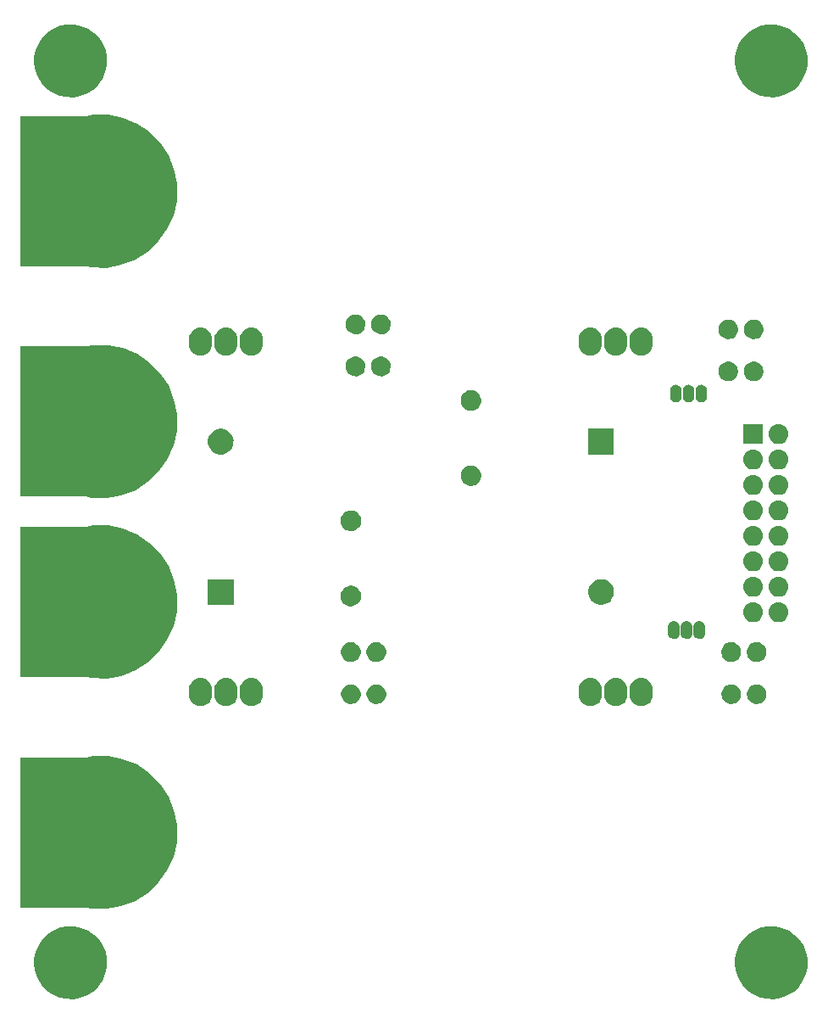
<source format=gbs>
G04 #@! TF.FileFunction,Soldermask,Bot*
%FSLAX46Y46*%
G04 Gerber Fmt 4.6, Leading zero omitted, Abs format (unit mm)*
G04 Created by KiCad (PCBNEW 4.0.1-stable) date 27.06.2016 00:57:11*
%MOMM*%
G01*
G04 APERTURE LIST*
%ADD10C,0.100000*%
G04 APERTURE END LIST*
D10*
G36*
X105381274Y-141372416D02*
X106078616Y-141515560D01*
X106734869Y-141791423D01*
X107325045Y-142189502D01*
X107826662Y-142694633D01*
X108220611Y-143287572D01*
X108491886Y-143945735D01*
X108630090Y-144643716D01*
X108630090Y-144643726D01*
X108630156Y-144644060D01*
X108618802Y-145457161D01*
X108618726Y-145457495D01*
X108618726Y-145457507D01*
X108461089Y-146151349D01*
X108171541Y-146801685D01*
X107761191Y-147383394D01*
X107245663Y-147874324D01*
X106644607Y-148255765D01*
X105980902Y-148513200D01*
X105279840Y-148636816D01*
X104568116Y-148621908D01*
X103872836Y-148469040D01*
X103220500Y-148184041D01*
X102635940Y-147777762D01*
X102141425Y-147265676D01*
X101755796Y-146667297D01*
X101493735Y-146005407D01*
X101365226Y-145305217D01*
X101375166Y-144593409D01*
X101523173Y-143897088D01*
X101803614Y-143242771D01*
X102205802Y-142655390D01*
X102714423Y-142157311D01*
X103310097Y-141767513D01*
X103970141Y-141500838D01*
X104669408Y-141367446D01*
X105381274Y-141372416D01*
X105381274Y-141372416D01*
G37*
G36*
X175381274Y-141372416D02*
X176078616Y-141515560D01*
X176734869Y-141791423D01*
X177325045Y-142189502D01*
X177826662Y-142694633D01*
X178220611Y-143287572D01*
X178491886Y-143945735D01*
X178630090Y-144643716D01*
X178630090Y-144643726D01*
X178630156Y-144644060D01*
X178618802Y-145457161D01*
X178618726Y-145457495D01*
X178618726Y-145457507D01*
X178461089Y-146151349D01*
X178171541Y-146801685D01*
X177761191Y-147383394D01*
X177245663Y-147874324D01*
X176644607Y-148255765D01*
X175980902Y-148513200D01*
X175279840Y-148636816D01*
X174568116Y-148621908D01*
X173872836Y-148469040D01*
X173220500Y-148184041D01*
X172635940Y-147777762D01*
X172141425Y-147265676D01*
X171755796Y-146667297D01*
X171493735Y-146005407D01*
X171365226Y-145305217D01*
X171375166Y-144593409D01*
X171523173Y-143897088D01*
X171803614Y-143242771D01*
X172205802Y-142655390D01*
X172714423Y-142157311D01*
X173310097Y-141767513D01*
X173970141Y-141500838D01*
X174669408Y-141367446D01*
X175381274Y-141372416D01*
X175381274Y-141372416D01*
G37*
G36*
X108801411Y-124375080D02*
X110267171Y-124675958D01*
X111646571Y-125255804D01*
X112887078Y-126092536D01*
X113941439Y-127154284D01*
X114769490Y-128400600D01*
X115339692Y-129784014D01*
X115630261Y-131251496D01*
X115630261Y-131251506D01*
X115630327Y-131251840D01*
X115606462Y-132960920D01*
X115606386Y-132961254D01*
X115606386Y-132961266D01*
X115274958Y-134420054D01*
X114666348Y-135787012D01*
X113803822Y-137009722D01*
X112720224Y-138041618D01*
X111456843Y-138843384D01*
X110061786Y-139384492D01*
X108588201Y-139644324D01*
X107092209Y-139612988D01*
X106583615Y-139501166D01*
X106572878Y-139500000D01*
X100000000Y-139500000D01*
X100000000Y-124500000D01*
X106590788Y-124500000D01*
X106600157Y-124499114D01*
X107305124Y-124364634D01*
X108801411Y-124375080D01*
X108801411Y-124375080D01*
G37*
G36*
X162240386Y-116616625D02*
X162240400Y-116616629D01*
X162240435Y-116616633D01*
X162454093Y-116682771D01*
X162650835Y-116789149D01*
X162823168Y-116931715D01*
X162964528Y-117105039D01*
X163069530Y-117302519D01*
X163134175Y-117516633D01*
X163156000Y-117739226D01*
X163156000Y-118260774D01*
X163155888Y-118276775D01*
X163130957Y-118499041D01*
X163063329Y-118712231D01*
X162955580Y-118908226D01*
X162811814Y-119079560D01*
X162637507Y-119219706D01*
X162439299Y-119323327D01*
X162224739Y-119386475D01*
X162224705Y-119386478D01*
X162224692Y-119386482D01*
X162002001Y-119406749D01*
X161779614Y-119383375D01*
X161779600Y-119383371D01*
X161779565Y-119383367D01*
X161565907Y-119317229D01*
X161369165Y-119210851D01*
X161196832Y-119068285D01*
X161055472Y-118894961D01*
X160950470Y-118697481D01*
X160885825Y-118483367D01*
X160864000Y-118260774D01*
X160864000Y-117739226D01*
X160864112Y-117723225D01*
X160889043Y-117500959D01*
X160956671Y-117287769D01*
X161064420Y-117091774D01*
X161208186Y-116920440D01*
X161382493Y-116780294D01*
X161580701Y-116676673D01*
X161795261Y-116613525D01*
X161795295Y-116613522D01*
X161795308Y-116613518D01*
X162017999Y-116593251D01*
X162240386Y-116616625D01*
X162240386Y-116616625D01*
G37*
G36*
X118220386Y-116616625D02*
X118220400Y-116616629D01*
X118220435Y-116616633D01*
X118434093Y-116682771D01*
X118630835Y-116789149D01*
X118803168Y-116931715D01*
X118944528Y-117105039D01*
X119049530Y-117302519D01*
X119114175Y-117516633D01*
X119136000Y-117739226D01*
X119136000Y-118260774D01*
X119135888Y-118276775D01*
X119110957Y-118499041D01*
X119043329Y-118712231D01*
X118935580Y-118908226D01*
X118791814Y-119079560D01*
X118617507Y-119219706D01*
X118419299Y-119323327D01*
X118204739Y-119386475D01*
X118204705Y-119386478D01*
X118204692Y-119386482D01*
X117982001Y-119406749D01*
X117759614Y-119383375D01*
X117759600Y-119383371D01*
X117759565Y-119383367D01*
X117545907Y-119317229D01*
X117349165Y-119210851D01*
X117176832Y-119068285D01*
X117035472Y-118894961D01*
X116930470Y-118697481D01*
X116865825Y-118483367D01*
X116844000Y-118260774D01*
X116844000Y-117739226D01*
X116844112Y-117723225D01*
X116869043Y-117500959D01*
X116936671Y-117287769D01*
X117044420Y-117091774D01*
X117188186Y-116920440D01*
X117362493Y-116780294D01*
X117560701Y-116676673D01*
X117775261Y-116613525D01*
X117775295Y-116613522D01*
X117775308Y-116613518D01*
X117997999Y-116593251D01*
X118220386Y-116616625D01*
X118220386Y-116616625D01*
G37*
G36*
X120760386Y-116616625D02*
X120760400Y-116616629D01*
X120760435Y-116616633D01*
X120974093Y-116682771D01*
X121170835Y-116789149D01*
X121343168Y-116931715D01*
X121484528Y-117105039D01*
X121589530Y-117302519D01*
X121654175Y-117516633D01*
X121676000Y-117739226D01*
X121676000Y-118260774D01*
X121675888Y-118276775D01*
X121650957Y-118499041D01*
X121583329Y-118712231D01*
X121475580Y-118908226D01*
X121331814Y-119079560D01*
X121157507Y-119219706D01*
X120959299Y-119323327D01*
X120744739Y-119386475D01*
X120744705Y-119386478D01*
X120744692Y-119386482D01*
X120522001Y-119406749D01*
X120299614Y-119383375D01*
X120299600Y-119383371D01*
X120299565Y-119383367D01*
X120085907Y-119317229D01*
X119889165Y-119210851D01*
X119716832Y-119068285D01*
X119575472Y-118894961D01*
X119470470Y-118697481D01*
X119405825Y-118483367D01*
X119384000Y-118260774D01*
X119384000Y-117739226D01*
X119384112Y-117723225D01*
X119409043Y-117500959D01*
X119476671Y-117287769D01*
X119584420Y-117091774D01*
X119728186Y-116920440D01*
X119902493Y-116780294D01*
X120100701Y-116676673D01*
X120315261Y-116613525D01*
X120315295Y-116613522D01*
X120315308Y-116613518D01*
X120537999Y-116593251D01*
X120760386Y-116616625D01*
X120760386Y-116616625D01*
G37*
G36*
X123300386Y-116616625D02*
X123300400Y-116616629D01*
X123300435Y-116616633D01*
X123514093Y-116682771D01*
X123710835Y-116789149D01*
X123883168Y-116931715D01*
X124024528Y-117105039D01*
X124129530Y-117302519D01*
X124194175Y-117516633D01*
X124216000Y-117739226D01*
X124216000Y-118260774D01*
X124215888Y-118276775D01*
X124190957Y-118499041D01*
X124123329Y-118712231D01*
X124015580Y-118908226D01*
X123871814Y-119079560D01*
X123697507Y-119219706D01*
X123499299Y-119323327D01*
X123284739Y-119386475D01*
X123284705Y-119386478D01*
X123284692Y-119386482D01*
X123062001Y-119406749D01*
X122839614Y-119383375D01*
X122839600Y-119383371D01*
X122839565Y-119383367D01*
X122625907Y-119317229D01*
X122429165Y-119210851D01*
X122256832Y-119068285D01*
X122115472Y-118894961D01*
X122010470Y-118697481D01*
X121945825Y-118483367D01*
X121924000Y-118260774D01*
X121924000Y-117739226D01*
X121924112Y-117723225D01*
X121949043Y-117500959D01*
X122016671Y-117287769D01*
X122124420Y-117091774D01*
X122268186Y-116920440D01*
X122442493Y-116780294D01*
X122640701Y-116676673D01*
X122855261Y-116613525D01*
X122855295Y-116613522D01*
X122855308Y-116613518D01*
X123077999Y-116593251D01*
X123300386Y-116616625D01*
X123300386Y-116616625D01*
G37*
G36*
X157160386Y-116616625D02*
X157160400Y-116616629D01*
X157160435Y-116616633D01*
X157374093Y-116682771D01*
X157570835Y-116789149D01*
X157743168Y-116931715D01*
X157884528Y-117105039D01*
X157989530Y-117302519D01*
X158054175Y-117516633D01*
X158076000Y-117739226D01*
X158076000Y-118260774D01*
X158075888Y-118276775D01*
X158050957Y-118499041D01*
X157983329Y-118712231D01*
X157875580Y-118908226D01*
X157731814Y-119079560D01*
X157557507Y-119219706D01*
X157359299Y-119323327D01*
X157144739Y-119386475D01*
X157144705Y-119386478D01*
X157144692Y-119386482D01*
X156922001Y-119406749D01*
X156699614Y-119383375D01*
X156699600Y-119383371D01*
X156699565Y-119383367D01*
X156485907Y-119317229D01*
X156289165Y-119210851D01*
X156116832Y-119068285D01*
X155975472Y-118894961D01*
X155870470Y-118697481D01*
X155805825Y-118483367D01*
X155784000Y-118260774D01*
X155784000Y-117739226D01*
X155784112Y-117723225D01*
X155809043Y-117500959D01*
X155876671Y-117287769D01*
X155984420Y-117091774D01*
X156128186Y-116920440D01*
X156302493Y-116780294D01*
X156500701Y-116676673D01*
X156715261Y-116613525D01*
X156715295Y-116613522D01*
X156715308Y-116613518D01*
X156937999Y-116593251D01*
X157160386Y-116616625D01*
X157160386Y-116616625D01*
G37*
G36*
X159700386Y-116616625D02*
X159700400Y-116616629D01*
X159700435Y-116616633D01*
X159914093Y-116682771D01*
X160110835Y-116789149D01*
X160283168Y-116931715D01*
X160424528Y-117105039D01*
X160529530Y-117302519D01*
X160594175Y-117516633D01*
X160616000Y-117739226D01*
X160616000Y-118260774D01*
X160615888Y-118276775D01*
X160590957Y-118499041D01*
X160523329Y-118712231D01*
X160415580Y-118908226D01*
X160271814Y-119079560D01*
X160097507Y-119219706D01*
X159899299Y-119323327D01*
X159684739Y-119386475D01*
X159684705Y-119386478D01*
X159684692Y-119386482D01*
X159462001Y-119406749D01*
X159239614Y-119383375D01*
X159239600Y-119383371D01*
X159239565Y-119383367D01*
X159025907Y-119317229D01*
X158829165Y-119210851D01*
X158656832Y-119068285D01*
X158515472Y-118894961D01*
X158410470Y-118697481D01*
X158345825Y-118483367D01*
X158324000Y-118260774D01*
X158324000Y-117739226D01*
X158324112Y-117723225D01*
X158349043Y-117500959D01*
X158416671Y-117287769D01*
X158524420Y-117091774D01*
X158668186Y-116920440D01*
X158842493Y-116780294D01*
X159040701Y-116676673D01*
X159255261Y-116613525D01*
X159255295Y-116613522D01*
X159255308Y-116613518D01*
X159477999Y-116593251D01*
X159700386Y-116616625D01*
X159700386Y-116616625D01*
G37*
G36*
X135642933Y-117220651D02*
X135831198Y-117259296D01*
X136008369Y-117333772D01*
X136167697Y-117441239D01*
X136303123Y-117577615D01*
X136409480Y-117737693D01*
X136482713Y-117915374D01*
X136519976Y-118103562D01*
X136519976Y-118103572D01*
X136520042Y-118103906D01*
X136516977Y-118323421D01*
X136516901Y-118323755D01*
X136516901Y-118323766D01*
X136474400Y-118510833D01*
X136396230Y-118686406D01*
X136285448Y-118843451D01*
X136146266Y-118975992D01*
X135984000Y-119078968D01*
X135804817Y-119148470D01*
X135615551Y-119181842D01*
X135423405Y-119177817D01*
X135235695Y-119136546D01*
X135059585Y-119059606D01*
X134901765Y-118949918D01*
X134768261Y-118811670D01*
X134664153Y-118650127D01*
X134593404Y-118471434D01*
X134558709Y-118282398D01*
X134561393Y-118090230D01*
X134601350Y-117902245D01*
X134677063Y-117725596D01*
X134785642Y-117567019D01*
X134922957Y-117432550D01*
X135083772Y-117327315D01*
X135261966Y-117255320D01*
X135450747Y-117219309D01*
X135642933Y-117220651D01*
X135642933Y-117220651D01*
G37*
G36*
X171102933Y-117220651D02*
X171291198Y-117259296D01*
X171468369Y-117333772D01*
X171627697Y-117441239D01*
X171763123Y-117577615D01*
X171869480Y-117737693D01*
X171942713Y-117915374D01*
X171979976Y-118103562D01*
X171979976Y-118103572D01*
X171980042Y-118103906D01*
X171976977Y-118323421D01*
X171976901Y-118323755D01*
X171976901Y-118323766D01*
X171934400Y-118510833D01*
X171856230Y-118686406D01*
X171745448Y-118843451D01*
X171606266Y-118975992D01*
X171444000Y-119078968D01*
X171264817Y-119148470D01*
X171075551Y-119181842D01*
X170883405Y-119177817D01*
X170695695Y-119136546D01*
X170519585Y-119059606D01*
X170361765Y-118949918D01*
X170228261Y-118811670D01*
X170124153Y-118650127D01*
X170053404Y-118471434D01*
X170018709Y-118282398D01*
X170021393Y-118090230D01*
X170061350Y-117902245D01*
X170137063Y-117725596D01*
X170245642Y-117567019D01*
X170382957Y-117432550D01*
X170543772Y-117327315D01*
X170721966Y-117255320D01*
X170910747Y-117219309D01*
X171102933Y-117220651D01*
X171102933Y-117220651D01*
G37*
G36*
X133102933Y-117220651D02*
X133291198Y-117259296D01*
X133468369Y-117333772D01*
X133627697Y-117441239D01*
X133763123Y-117577615D01*
X133869480Y-117737693D01*
X133942713Y-117915374D01*
X133979976Y-118103562D01*
X133979976Y-118103572D01*
X133980042Y-118103906D01*
X133976977Y-118323421D01*
X133976901Y-118323755D01*
X133976901Y-118323766D01*
X133934400Y-118510833D01*
X133856230Y-118686406D01*
X133745448Y-118843451D01*
X133606266Y-118975992D01*
X133444000Y-119078968D01*
X133264817Y-119148470D01*
X133075551Y-119181842D01*
X132883405Y-119177817D01*
X132695695Y-119136546D01*
X132519585Y-119059606D01*
X132361765Y-118949918D01*
X132228261Y-118811670D01*
X132124153Y-118650127D01*
X132053404Y-118471434D01*
X132018709Y-118282398D01*
X132021393Y-118090230D01*
X132061350Y-117902245D01*
X132137063Y-117725596D01*
X132245642Y-117567019D01*
X132382957Y-117432550D01*
X132543772Y-117327315D01*
X132721966Y-117255320D01*
X132910747Y-117219309D01*
X133102933Y-117220651D01*
X133102933Y-117220651D01*
G37*
G36*
X173642933Y-117220651D02*
X173831198Y-117259296D01*
X174008369Y-117333772D01*
X174167697Y-117441239D01*
X174303123Y-117577615D01*
X174409480Y-117737693D01*
X174482713Y-117915374D01*
X174519976Y-118103562D01*
X174519976Y-118103572D01*
X174520042Y-118103906D01*
X174516977Y-118323421D01*
X174516901Y-118323755D01*
X174516901Y-118323766D01*
X174474400Y-118510833D01*
X174396230Y-118686406D01*
X174285448Y-118843451D01*
X174146266Y-118975992D01*
X173984000Y-119078968D01*
X173804817Y-119148470D01*
X173615551Y-119181842D01*
X173423405Y-119177817D01*
X173235695Y-119136546D01*
X173059585Y-119059606D01*
X172901765Y-118949918D01*
X172768261Y-118811670D01*
X172664153Y-118650127D01*
X172593404Y-118471434D01*
X172558709Y-118282398D01*
X172561393Y-118090230D01*
X172601350Y-117902245D01*
X172677063Y-117725596D01*
X172785642Y-117567019D01*
X172922957Y-117432550D01*
X173083772Y-117327315D01*
X173261966Y-117255320D01*
X173450747Y-117219309D01*
X173642933Y-117220651D01*
X173642933Y-117220651D01*
G37*
G36*
X108801411Y-101375080D02*
X110267171Y-101675958D01*
X111646571Y-102255804D01*
X112887078Y-103092536D01*
X113941439Y-104154284D01*
X114769490Y-105400600D01*
X115339692Y-106784014D01*
X115630261Y-108251496D01*
X115630261Y-108251506D01*
X115630327Y-108251840D01*
X115606462Y-109960920D01*
X115606386Y-109961254D01*
X115606386Y-109961266D01*
X115274958Y-111420054D01*
X114666348Y-112787012D01*
X113803822Y-114009722D01*
X112720224Y-115041618D01*
X111456843Y-115843384D01*
X110061786Y-116384492D01*
X108588201Y-116644324D01*
X107092209Y-116612988D01*
X106583615Y-116501166D01*
X106572878Y-116500000D01*
X100000000Y-116500000D01*
X100000000Y-101500000D01*
X106590788Y-101500000D01*
X106600157Y-101499114D01*
X107305124Y-101364634D01*
X108801411Y-101375080D01*
X108801411Y-101375080D01*
G37*
G36*
X133102933Y-113020651D02*
X133291198Y-113059296D01*
X133468369Y-113133772D01*
X133627697Y-113241239D01*
X133763123Y-113377615D01*
X133869480Y-113537693D01*
X133942713Y-113715374D01*
X133979976Y-113903562D01*
X133979976Y-113903572D01*
X133980042Y-113903906D01*
X133976977Y-114123421D01*
X133976901Y-114123755D01*
X133976901Y-114123766D01*
X133934400Y-114310833D01*
X133856230Y-114486406D01*
X133745448Y-114643451D01*
X133606266Y-114775992D01*
X133444000Y-114878968D01*
X133264817Y-114948470D01*
X133075551Y-114981842D01*
X132883405Y-114977817D01*
X132695695Y-114936546D01*
X132519585Y-114859606D01*
X132361765Y-114749918D01*
X132228261Y-114611670D01*
X132124153Y-114450127D01*
X132053404Y-114271434D01*
X132018709Y-114082398D01*
X132021393Y-113890230D01*
X132061350Y-113702245D01*
X132137063Y-113525596D01*
X132245642Y-113367019D01*
X132382957Y-113232550D01*
X132543772Y-113127315D01*
X132721966Y-113055320D01*
X132910747Y-113019309D01*
X133102933Y-113020651D01*
X133102933Y-113020651D01*
G37*
G36*
X135642933Y-113020651D02*
X135831198Y-113059296D01*
X136008369Y-113133772D01*
X136167697Y-113241239D01*
X136303123Y-113377615D01*
X136409480Y-113537693D01*
X136482713Y-113715374D01*
X136519976Y-113903562D01*
X136519976Y-113903572D01*
X136520042Y-113903906D01*
X136516977Y-114123421D01*
X136516901Y-114123755D01*
X136516901Y-114123766D01*
X136474400Y-114310833D01*
X136396230Y-114486406D01*
X136285448Y-114643451D01*
X136146266Y-114775992D01*
X135984000Y-114878968D01*
X135804817Y-114948470D01*
X135615551Y-114981842D01*
X135423405Y-114977817D01*
X135235695Y-114936546D01*
X135059585Y-114859606D01*
X134901765Y-114749918D01*
X134768261Y-114611670D01*
X134664153Y-114450127D01*
X134593404Y-114271434D01*
X134558709Y-114082398D01*
X134561393Y-113890230D01*
X134601350Y-113702245D01*
X134677063Y-113525596D01*
X134785642Y-113367019D01*
X134922957Y-113232550D01*
X135083772Y-113127315D01*
X135261966Y-113055320D01*
X135450747Y-113019309D01*
X135642933Y-113020651D01*
X135642933Y-113020651D01*
G37*
G36*
X171102933Y-113020651D02*
X171291198Y-113059296D01*
X171468369Y-113133772D01*
X171627697Y-113241239D01*
X171763123Y-113377615D01*
X171869480Y-113537693D01*
X171942713Y-113715374D01*
X171979976Y-113903562D01*
X171979976Y-113903572D01*
X171980042Y-113903906D01*
X171976977Y-114123421D01*
X171976901Y-114123755D01*
X171976901Y-114123766D01*
X171934400Y-114310833D01*
X171856230Y-114486406D01*
X171745448Y-114643451D01*
X171606266Y-114775992D01*
X171444000Y-114878968D01*
X171264817Y-114948470D01*
X171075551Y-114981842D01*
X170883405Y-114977817D01*
X170695695Y-114936546D01*
X170519585Y-114859606D01*
X170361765Y-114749918D01*
X170228261Y-114611670D01*
X170124153Y-114450127D01*
X170053404Y-114271434D01*
X170018709Y-114082398D01*
X170021393Y-113890230D01*
X170061350Y-113702245D01*
X170137063Y-113525596D01*
X170245642Y-113367019D01*
X170382957Y-113232550D01*
X170543772Y-113127315D01*
X170721966Y-113055320D01*
X170910747Y-113019309D01*
X171102933Y-113020651D01*
X171102933Y-113020651D01*
G37*
G36*
X173642933Y-113020651D02*
X173831198Y-113059296D01*
X174008369Y-113133772D01*
X174167697Y-113241239D01*
X174303123Y-113377615D01*
X174409480Y-113537693D01*
X174482713Y-113715374D01*
X174519976Y-113903562D01*
X174519976Y-113903572D01*
X174520042Y-113903906D01*
X174516977Y-114123421D01*
X174516901Y-114123755D01*
X174516901Y-114123766D01*
X174474400Y-114310833D01*
X174396230Y-114486406D01*
X174285448Y-114643451D01*
X174146266Y-114775992D01*
X173984000Y-114878968D01*
X173804817Y-114948470D01*
X173615551Y-114981842D01*
X173423405Y-114977817D01*
X173235695Y-114936546D01*
X173059585Y-114859606D01*
X172901765Y-114749918D01*
X172768261Y-114611670D01*
X172664153Y-114450127D01*
X172593404Y-114271434D01*
X172558709Y-114082398D01*
X172561393Y-113890230D01*
X172601350Y-113702245D01*
X172677063Y-113525596D01*
X172785642Y-113367019D01*
X172922957Y-113232550D01*
X173083772Y-113127315D01*
X173261966Y-113055320D01*
X173450747Y-113019309D01*
X173642933Y-113020651D01*
X173642933Y-113020651D01*
G37*
G36*
X167916493Y-110927000D02*
X167916503Y-110927003D01*
X167916541Y-110927007D01*
X168024596Y-110960456D01*
X168124097Y-111014255D01*
X168211253Y-111086357D01*
X168282744Y-111174014D01*
X168335848Y-111273888D01*
X168368542Y-111382175D01*
X168379580Y-111494749D01*
X168379580Y-112105251D01*
X168379524Y-112113343D01*
X168366915Y-112225752D01*
X168332712Y-112333572D01*
X168278219Y-112432695D01*
X168205511Y-112519345D01*
X168117357Y-112590223D01*
X168017114Y-112642628D01*
X167908602Y-112674565D01*
X167908570Y-112674568D01*
X167908556Y-112674572D01*
X167795956Y-112684820D01*
X167683507Y-112673000D01*
X167683497Y-112672997D01*
X167683459Y-112672993D01*
X167575404Y-112639544D01*
X167475903Y-112585745D01*
X167388747Y-112513643D01*
X167317256Y-112425986D01*
X167264152Y-112326112D01*
X167231458Y-112217825D01*
X167220420Y-112105251D01*
X167220420Y-111494749D01*
X167220476Y-111486657D01*
X167233085Y-111374248D01*
X167267288Y-111266428D01*
X167321781Y-111167305D01*
X167394489Y-111080655D01*
X167482643Y-111009777D01*
X167582886Y-110957372D01*
X167691398Y-110925435D01*
X167691430Y-110925432D01*
X167691444Y-110925428D01*
X167804044Y-110915180D01*
X167916493Y-110927000D01*
X167916493Y-110927000D01*
G37*
G36*
X166646493Y-110927000D02*
X166646503Y-110927003D01*
X166646541Y-110927007D01*
X166754596Y-110960456D01*
X166854097Y-111014255D01*
X166941253Y-111086357D01*
X167012744Y-111174014D01*
X167065848Y-111273888D01*
X167098542Y-111382175D01*
X167109580Y-111494749D01*
X167109580Y-112105251D01*
X167109524Y-112113343D01*
X167096915Y-112225752D01*
X167062712Y-112333572D01*
X167008219Y-112432695D01*
X166935511Y-112519345D01*
X166847357Y-112590223D01*
X166747114Y-112642628D01*
X166638602Y-112674565D01*
X166638570Y-112674568D01*
X166638556Y-112674572D01*
X166525956Y-112684820D01*
X166413507Y-112673000D01*
X166413497Y-112672997D01*
X166413459Y-112672993D01*
X166305404Y-112639544D01*
X166205903Y-112585745D01*
X166118747Y-112513643D01*
X166047256Y-112425986D01*
X165994152Y-112326112D01*
X165961458Y-112217825D01*
X165950420Y-112105251D01*
X165950420Y-111494749D01*
X165950476Y-111486657D01*
X165963085Y-111374248D01*
X165997288Y-111266428D01*
X166051781Y-111167305D01*
X166124489Y-111080655D01*
X166212643Y-111009777D01*
X166312886Y-110957372D01*
X166421398Y-110925435D01*
X166421430Y-110925432D01*
X166421444Y-110925428D01*
X166534044Y-110915180D01*
X166646493Y-110927000D01*
X166646493Y-110927000D01*
G37*
G36*
X165376493Y-110927000D02*
X165376503Y-110927003D01*
X165376541Y-110927007D01*
X165484596Y-110960456D01*
X165584097Y-111014255D01*
X165671253Y-111086357D01*
X165742744Y-111174014D01*
X165795848Y-111273888D01*
X165828542Y-111382175D01*
X165839580Y-111494749D01*
X165839580Y-112105251D01*
X165839524Y-112113343D01*
X165826915Y-112225752D01*
X165792712Y-112333572D01*
X165738219Y-112432695D01*
X165665511Y-112519345D01*
X165577357Y-112590223D01*
X165477114Y-112642628D01*
X165368602Y-112674565D01*
X165368570Y-112674568D01*
X165368556Y-112674572D01*
X165255956Y-112684820D01*
X165143507Y-112673000D01*
X165143497Y-112672997D01*
X165143459Y-112672993D01*
X165035404Y-112639544D01*
X164935903Y-112585745D01*
X164848747Y-112513643D01*
X164777256Y-112425986D01*
X164724152Y-112326112D01*
X164691458Y-112217825D01*
X164680420Y-112105251D01*
X164680420Y-111494749D01*
X164680476Y-111486657D01*
X164693085Y-111374248D01*
X164727288Y-111266428D01*
X164781781Y-111167305D01*
X164854489Y-111080655D01*
X164942643Y-111009777D01*
X165042886Y-110957372D01*
X165151398Y-110925435D01*
X165151430Y-110925432D01*
X165151444Y-110925428D01*
X165264044Y-110915180D01*
X165376493Y-110927000D01*
X165376493Y-110927000D01*
G37*
G36*
X173379741Y-109051878D02*
X173379754Y-109051882D01*
X173379791Y-109051886D01*
X173565035Y-109109229D01*
X173735614Y-109201460D01*
X173885029Y-109325067D01*
X174007591Y-109475342D01*
X174098629Y-109646560D01*
X174154677Y-109832201D01*
X174173600Y-110025192D01*
X174173600Y-110034808D01*
X174173503Y-110048681D01*
X174151887Y-110241389D01*
X174093253Y-110426229D01*
X173999833Y-110596159D01*
X173875185Y-110744708D01*
X173724059Y-110866217D01*
X173552209Y-110956058D01*
X173366182Y-111010809D01*
X173366148Y-111010812D01*
X173366135Y-111010816D01*
X173173065Y-111028387D01*
X172980259Y-111008122D01*
X172980246Y-111008118D01*
X172980209Y-111008114D01*
X172794965Y-110950771D01*
X172624386Y-110858540D01*
X172474971Y-110734933D01*
X172352409Y-110584658D01*
X172261371Y-110413440D01*
X172205323Y-110227799D01*
X172186400Y-110034808D01*
X172186400Y-110025192D01*
X172186497Y-110011319D01*
X172208113Y-109818611D01*
X172266747Y-109633771D01*
X172360167Y-109463841D01*
X172484815Y-109315292D01*
X172635941Y-109193783D01*
X172807791Y-109103942D01*
X172993818Y-109049191D01*
X172993852Y-109049188D01*
X172993865Y-109049184D01*
X173186935Y-109031613D01*
X173379741Y-109051878D01*
X173379741Y-109051878D01*
G37*
G36*
X175919741Y-109051878D02*
X175919754Y-109051882D01*
X175919791Y-109051886D01*
X176105035Y-109109229D01*
X176275614Y-109201460D01*
X176425029Y-109325067D01*
X176547591Y-109475342D01*
X176638629Y-109646560D01*
X176694677Y-109832201D01*
X176713600Y-110025192D01*
X176713600Y-110034808D01*
X176713503Y-110048681D01*
X176691887Y-110241389D01*
X176633253Y-110426229D01*
X176539833Y-110596159D01*
X176415185Y-110744708D01*
X176264059Y-110866217D01*
X176092209Y-110956058D01*
X175906182Y-111010809D01*
X175906148Y-111010812D01*
X175906135Y-111010816D01*
X175713065Y-111028387D01*
X175520259Y-111008122D01*
X175520246Y-111008118D01*
X175520209Y-111008114D01*
X175334965Y-110950771D01*
X175164386Y-110858540D01*
X175014971Y-110734933D01*
X174892409Y-110584658D01*
X174801371Y-110413440D01*
X174745323Y-110227799D01*
X174726400Y-110034808D01*
X174726400Y-110025192D01*
X174726497Y-110011319D01*
X174748113Y-109818611D01*
X174806747Y-109633771D01*
X174900167Y-109463841D01*
X175024815Y-109315292D01*
X175175941Y-109193783D01*
X175347791Y-109103942D01*
X175533818Y-109049191D01*
X175533852Y-109049188D01*
X175533865Y-109049184D01*
X175726935Y-109031613D01*
X175919741Y-109051878D01*
X175919741Y-109051878D01*
G37*
G36*
X133108185Y-107370684D02*
X133306055Y-107411301D01*
X133492263Y-107489575D01*
X133659727Y-107602531D01*
X133802056Y-107745857D01*
X133913841Y-107914106D01*
X133990811Y-108100852D01*
X134029979Y-108298660D01*
X134029979Y-108298674D01*
X134030044Y-108299003D01*
X134026823Y-108529718D01*
X134026747Y-108530052D01*
X134026747Y-108530064D01*
X133982075Y-108726691D01*
X133899916Y-108911223D01*
X133783481Y-109076280D01*
X133637198Y-109215583D01*
X133466653Y-109323813D01*
X133278328Y-109396861D01*
X133079405Y-109431936D01*
X132877456Y-109427706D01*
X132680168Y-109384329D01*
X132495072Y-109303463D01*
X132329205Y-109188182D01*
X132188886Y-109042878D01*
X132079467Y-108873093D01*
X132005108Y-108685283D01*
X131968643Y-108486602D01*
X131971464Y-108284630D01*
X132013460Y-108087053D01*
X132093035Y-107901391D01*
X132207155Y-107734724D01*
X132351475Y-107593394D01*
X132520495Y-107482791D01*
X132707781Y-107407123D01*
X132906193Y-107369273D01*
X133108185Y-107370684D01*
X133108185Y-107370684D01*
G37*
G36*
X158134443Y-106720851D02*
X158380340Y-106771327D01*
X158611744Y-106868600D01*
X158819851Y-107008969D01*
X158996731Y-107187089D01*
X159135645Y-107396171D01*
X159231298Y-107628245D01*
X159279989Y-107874146D01*
X159279989Y-107874156D01*
X159280055Y-107874490D01*
X159276051Y-108161203D01*
X159275975Y-108161537D01*
X159275975Y-108161548D01*
X159220440Y-108405985D01*
X159118340Y-108635305D01*
X158973645Y-108840425D01*
X158791858Y-109013538D01*
X158579918Y-109148039D01*
X158345883Y-109238816D01*
X158098678Y-109282404D01*
X157847712Y-109277148D01*
X157602540Y-109223243D01*
X157372517Y-109122749D01*
X157166392Y-108979487D01*
X156992016Y-108798916D01*
X156856038Y-108587920D01*
X156763630Y-108354525D01*
X156718315Y-108107623D01*
X156721821Y-107856628D01*
X156774010Y-107611095D01*
X156872899Y-107380371D01*
X157014717Y-107173250D01*
X157194067Y-106997617D01*
X157404111Y-106860169D01*
X157636854Y-106766134D01*
X157883425Y-106719098D01*
X158134443Y-106720851D01*
X158134443Y-106720851D01*
G37*
G36*
X121280000Y-109280000D02*
X118720000Y-109280000D01*
X118720000Y-106720000D01*
X121280000Y-106720000D01*
X121280000Y-109280000D01*
X121280000Y-109280000D01*
G37*
G36*
X173379741Y-106511878D02*
X173379754Y-106511882D01*
X173379791Y-106511886D01*
X173565035Y-106569229D01*
X173735614Y-106661460D01*
X173885029Y-106785067D01*
X174007591Y-106935342D01*
X174098629Y-107106560D01*
X174154677Y-107292201D01*
X174173600Y-107485192D01*
X174173600Y-107494808D01*
X174173503Y-107508681D01*
X174151887Y-107701389D01*
X174093253Y-107886229D01*
X173999833Y-108056159D01*
X173875185Y-108204708D01*
X173724059Y-108326217D01*
X173552209Y-108416058D01*
X173366182Y-108470809D01*
X173366148Y-108470812D01*
X173366135Y-108470816D01*
X173173065Y-108488387D01*
X172980259Y-108468122D01*
X172980246Y-108468118D01*
X172980209Y-108468114D01*
X172794965Y-108410771D01*
X172624386Y-108318540D01*
X172474971Y-108194933D01*
X172352409Y-108044658D01*
X172261371Y-107873440D01*
X172205323Y-107687799D01*
X172186400Y-107494808D01*
X172186400Y-107485192D01*
X172186497Y-107471319D01*
X172208113Y-107278611D01*
X172266747Y-107093771D01*
X172360167Y-106923841D01*
X172484815Y-106775292D01*
X172635941Y-106653783D01*
X172807791Y-106563942D01*
X172993818Y-106509191D01*
X172993852Y-106509188D01*
X172993865Y-106509184D01*
X173186935Y-106491613D01*
X173379741Y-106511878D01*
X173379741Y-106511878D01*
G37*
G36*
X175919741Y-106511878D02*
X175919754Y-106511882D01*
X175919791Y-106511886D01*
X176105035Y-106569229D01*
X176275614Y-106661460D01*
X176425029Y-106785067D01*
X176547591Y-106935342D01*
X176638629Y-107106560D01*
X176694677Y-107292201D01*
X176713600Y-107485192D01*
X176713600Y-107494808D01*
X176713503Y-107508681D01*
X176691887Y-107701389D01*
X176633253Y-107886229D01*
X176539833Y-108056159D01*
X176415185Y-108204708D01*
X176264059Y-108326217D01*
X176092209Y-108416058D01*
X175906182Y-108470809D01*
X175906148Y-108470812D01*
X175906135Y-108470816D01*
X175713065Y-108488387D01*
X175520259Y-108468122D01*
X175520246Y-108468118D01*
X175520209Y-108468114D01*
X175334965Y-108410771D01*
X175164386Y-108318540D01*
X175014971Y-108194933D01*
X174892409Y-108044658D01*
X174801371Y-107873440D01*
X174745323Y-107687799D01*
X174726400Y-107494808D01*
X174726400Y-107485192D01*
X174726497Y-107471319D01*
X174748113Y-107278611D01*
X174806747Y-107093771D01*
X174900167Y-106923841D01*
X175024815Y-106775292D01*
X175175941Y-106653783D01*
X175347791Y-106563942D01*
X175533818Y-106509191D01*
X175533852Y-106509188D01*
X175533865Y-106509184D01*
X175726935Y-106491613D01*
X175919741Y-106511878D01*
X175919741Y-106511878D01*
G37*
G36*
X175919741Y-103971878D02*
X175919754Y-103971882D01*
X175919791Y-103971886D01*
X176105035Y-104029229D01*
X176275614Y-104121460D01*
X176425029Y-104245067D01*
X176547591Y-104395342D01*
X176638629Y-104566560D01*
X176694677Y-104752201D01*
X176713600Y-104945192D01*
X176713600Y-104954808D01*
X176713503Y-104968681D01*
X176691887Y-105161389D01*
X176633253Y-105346229D01*
X176539833Y-105516159D01*
X176415185Y-105664708D01*
X176264059Y-105786217D01*
X176092209Y-105876058D01*
X175906182Y-105930809D01*
X175906148Y-105930812D01*
X175906135Y-105930816D01*
X175713065Y-105948387D01*
X175520259Y-105928122D01*
X175520246Y-105928118D01*
X175520209Y-105928114D01*
X175334965Y-105870771D01*
X175164386Y-105778540D01*
X175014971Y-105654933D01*
X174892409Y-105504658D01*
X174801371Y-105333440D01*
X174745323Y-105147799D01*
X174726400Y-104954808D01*
X174726400Y-104945192D01*
X174726497Y-104931319D01*
X174748113Y-104738611D01*
X174806747Y-104553771D01*
X174900167Y-104383841D01*
X175024815Y-104235292D01*
X175175941Y-104113783D01*
X175347791Y-104023942D01*
X175533818Y-103969191D01*
X175533852Y-103969188D01*
X175533865Y-103969184D01*
X175726935Y-103951613D01*
X175919741Y-103971878D01*
X175919741Y-103971878D01*
G37*
G36*
X173379741Y-103971878D02*
X173379754Y-103971882D01*
X173379791Y-103971886D01*
X173565035Y-104029229D01*
X173735614Y-104121460D01*
X173885029Y-104245067D01*
X174007591Y-104395342D01*
X174098629Y-104566560D01*
X174154677Y-104752201D01*
X174173600Y-104945192D01*
X174173600Y-104954808D01*
X174173503Y-104968681D01*
X174151887Y-105161389D01*
X174093253Y-105346229D01*
X173999833Y-105516159D01*
X173875185Y-105664708D01*
X173724059Y-105786217D01*
X173552209Y-105876058D01*
X173366182Y-105930809D01*
X173366148Y-105930812D01*
X173366135Y-105930816D01*
X173173065Y-105948387D01*
X172980259Y-105928122D01*
X172980246Y-105928118D01*
X172980209Y-105928114D01*
X172794965Y-105870771D01*
X172624386Y-105778540D01*
X172474971Y-105654933D01*
X172352409Y-105504658D01*
X172261371Y-105333440D01*
X172205323Y-105147799D01*
X172186400Y-104954808D01*
X172186400Y-104945192D01*
X172186497Y-104931319D01*
X172208113Y-104738611D01*
X172266747Y-104553771D01*
X172360167Y-104383841D01*
X172484815Y-104235292D01*
X172635941Y-104113783D01*
X172807791Y-104023942D01*
X172993818Y-103969191D01*
X172993852Y-103969188D01*
X172993865Y-103969184D01*
X173186935Y-103951613D01*
X173379741Y-103971878D01*
X173379741Y-103971878D01*
G37*
G36*
X173379741Y-101431878D02*
X173379754Y-101431882D01*
X173379791Y-101431886D01*
X173565035Y-101489229D01*
X173735614Y-101581460D01*
X173885029Y-101705067D01*
X174007591Y-101855342D01*
X174098629Y-102026560D01*
X174154677Y-102212201D01*
X174173600Y-102405192D01*
X174173600Y-102414808D01*
X174173503Y-102428681D01*
X174151887Y-102621389D01*
X174093253Y-102806229D01*
X173999833Y-102976159D01*
X173875185Y-103124708D01*
X173724059Y-103246217D01*
X173552209Y-103336058D01*
X173366182Y-103390809D01*
X173366148Y-103390812D01*
X173366135Y-103390816D01*
X173173065Y-103408387D01*
X172980259Y-103388122D01*
X172980246Y-103388118D01*
X172980209Y-103388114D01*
X172794965Y-103330771D01*
X172624386Y-103238540D01*
X172474971Y-103114933D01*
X172352409Y-102964658D01*
X172261371Y-102793440D01*
X172205323Y-102607799D01*
X172186400Y-102414808D01*
X172186400Y-102405192D01*
X172186497Y-102391319D01*
X172208113Y-102198611D01*
X172266747Y-102013771D01*
X172360167Y-101843841D01*
X172484815Y-101695292D01*
X172635941Y-101573783D01*
X172807791Y-101483942D01*
X172993818Y-101429191D01*
X172993852Y-101429188D01*
X172993865Y-101429184D01*
X173186935Y-101411613D01*
X173379741Y-101431878D01*
X173379741Y-101431878D01*
G37*
G36*
X175919741Y-101431878D02*
X175919754Y-101431882D01*
X175919791Y-101431886D01*
X176105035Y-101489229D01*
X176275614Y-101581460D01*
X176425029Y-101705067D01*
X176547591Y-101855342D01*
X176638629Y-102026560D01*
X176694677Y-102212201D01*
X176713600Y-102405192D01*
X176713600Y-102414808D01*
X176713503Y-102428681D01*
X176691887Y-102621389D01*
X176633253Y-102806229D01*
X176539833Y-102976159D01*
X176415185Y-103124708D01*
X176264059Y-103246217D01*
X176092209Y-103336058D01*
X175906182Y-103390809D01*
X175906148Y-103390812D01*
X175906135Y-103390816D01*
X175713065Y-103408387D01*
X175520259Y-103388122D01*
X175520246Y-103388118D01*
X175520209Y-103388114D01*
X175334965Y-103330771D01*
X175164386Y-103238540D01*
X175014971Y-103114933D01*
X174892409Y-102964658D01*
X174801371Y-102793440D01*
X174745323Y-102607799D01*
X174726400Y-102414808D01*
X174726400Y-102405192D01*
X174726497Y-102391319D01*
X174748113Y-102198611D01*
X174806747Y-102013771D01*
X174900167Y-101843841D01*
X175024815Y-101695292D01*
X175175941Y-101573783D01*
X175347791Y-101483942D01*
X175533818Y-101429191D01*
X175533852Y-101429188D01*
X175533865Y-101429184D01*
X175726935Y-101411613D01*
X175919741Y-101431878D01*
X175919741Y-101431878D01*
G37*
G36*
X133108185Y-99870684D02*
X133306055Y-99911301D01*
X133492263Y-99989575D01*
X133659727Y-100102531D01*
X133802056Y-100245857D01*
X133913841Y-100414106D01*
X133990811Y-100600852D01*
X134029979Y-100798660D01*
X134029979Y-100798674D01*
X134030044Y-100799003D01*
X134026823Y-101029718D01*
X134026747Y-101030052D01*
X134026747Y-101030064D01*
X133982075Y-101226691D01*
X133899916Y-101411223D01*
X133783481Y-101576280D01*
X133637198Y-101715583D01*
X133466653Y-101823813D01*
X133278328Y-101896861D01*
X133079405Y-101931936D01*
X132877456Y-101927706D01*
X132680168Y-101884329D01*
X132495072Y-101803463D01*
X132329205Y-101688182D01*
X132188886Y-101542878D01*
X132079467Y-101373093D01*
X132005108Y-101185283D01*
X131968643Y-100986602D01*
X131971464Y-100784630D01*
X132013460Y-100587053D01*
X132093035Y-100401391D01*
X132207155Y-100234724D01*
X132351475Y-100093394D01*
X132520495Y-99982791D01*
X132707781Y-99907123D01*
X132906193Y-99869273D01*
X133108185Y-99870684D01*
X133108185Y-99870684D01*
G37*
G36*
X173379741Y-98891878D02*
X173379754Y-98891882D01*
X173379791Y-98891886D01*
X173565035Y-98949229D01*
X173735614Y-99041460D01*
X173885029Y-99165067D01*
X174007591Y-99315342D01*
X174098629Y-99486560D01*
X174154677Y-99672201D01*
X174173600Y-99865192D01*
X174173600Y-99874808D01*
X174173503Y-99888681D01*
X174151887Y-100081389D01*
X174093253Y-100266229D01*
X173999833Y-100436159D01*
X173875185Y-100584708D01*
X173724059Y-100706217D01*
X173552209Y-100796058D01*
X173366182Y-100850809D01*
X173366148Y-100850812D01*
X173366135Y-100850816D01*
X173173065Y-100868387D01*
X172980259Y-100848122D01*
X172980246Y-100848118D01*
X172980209Y-100848114D01*
X172794965Y-100790771D01*
X172624386Y-100698540D01*
X172474971Y-100574933D01*
X172352409Y-100424658D01*
X172261371Y-100253440D01*
X172205323Y-100067799D01*
X172186400Y-99874808D01*
X172186400Y-99865192D01*
X172186497Y-99851319D01*
X172208113Y-99658611D01*
X172266747Y-99473771D01*
X172360167Y-99303841D01*
X172484815Y-99155292D01*
X172635941Y-99033783D01*
X172807791Y-98943942D01*
X172993818Y-98889191D01*
X172993852Y-98889188D01*
X172993865Y-98889184D01*
X173186935Y-98871613D01*
X173379741Y-98891878D01*
X173379741Y-98891878D01*
G37*
G36*
X175919741Y-98891878D02*
X175919754Y-98891882D01*
X175919791Y-98891886D01*
X176105035Y-98949229D01*
X176275614Y-99041460D01*
X176425029Y-99165067D01*
X176547591Y-99315342D01*
X176638629Y-99486560D01*
X176694677Y-99672201D01*
X176713600Y-99865192D01*
X176713600Y-99874808D01*
X176713503Y-99888681D01*
X176691887Y-100081389D01*
X176633253Y-100266229D01*
X176539833Y-100436159D01*
X176415185Y-100584708D01*
X176264059Y-100706217D01*
X176092209Y-100796058D01*
X175906182Y-100850809D01*
X175906148Y-100850812D01*
X175906135Y-100850816D01*
X175713065Y-100868387D01*
X175520259Y-100848122D01*
X175520246Y-100848118D01*
X175520209Y-100848114D01*
X175334965Y-100790771D01*
X175164386Y-100698540D01*
X175014971Y-100574933D01*
X174892409Y-100424658D01*
X174801371Y-100253440D01*
X174745323Y-100067799D01*
X174726400Y-99874808D01*
X174726400Y-99865192D01*
X174726497Y-99851319D01*
X174748113Y-99658611D01*
X174806747Y-99473771D01*
X174900167Y-99303841D01*
X175024815Y-99155292D01*
X175175941Y-99033783D01*
X175347791Y-98943942D01*
X175533818Y-98889191D01*
X175533852Y-98889188D01*
X175533865Y-98889184D01*
X175726935Y-98871613D01*
X175919741Y-98891878D01*
X175919741Y-98891878D01*
G37*
G36*
X108801411Y-83375080D02*
X110267171Y-83675958D01*
X111646571Y-84255804D01*
X112887078Y-85092536D01*
X113941439Y-86154284D01*
X114769490Y-87400600D01*
X115339692Y-88784014D01*
X115630261Y-90251496D01*
X115630261Y-90251506D01*
X115630327Y-90251840D01*
X115606462Y-91960920D01*
X115606386Y-91961254D01*
X115606386Y-91961266D01*
X115274958Y-93420054D01*
X114666348Y-94787012D01*
X113803822Y-96009722D01*
X112720224Y-97041618D01*
X111456843Y-97843384D01*
X110061786Y-98384492D01*
X108588201Y-98644324D01*
X107092209Y-98612988D01*
X106583615Y-98501166D01*
X106572878Y-98500000D01*
X100000000Y-98500000D01*
X100000000Y-83500000D01*
X106590788Y-83500000D01*
X106600157Y-83499114D01*
X107305124Y-83364634D01*
X108801411Y-83375080D01*
X108801411Y-83375080D01*
G37*
G36*
X173379741Y-96351878D02*
X173379754Y-96351882D01*
X173379791Y-96351886D01*
X173565035Y-96409229D01*
X173735614Y-96501460D01*
X173885029Y-96625067D01*
X174007591Y-96775342D01*
X174098629Y-96946560D01*
X174154677Y-97132201D01*
X174173600Y-97325192D01*
X174173600Y-97334808D01*
X174173503Y-97348681D01*
X174151887Y-97541389D01*
X174093253Y-97726229D01*
X173999833Y-97896159D01*
X173875185Y-98044708D01*
X173724059Y-98166217D01*
X173552209Y-98256058D01*
X173366182Y-98310809D01*
X173366148Y-98310812D01*
X173366135Y-98310816D01*
X173173065Y-98328387D01*
X172980259Y-98308122D01*
X172980246Y-98308118D01*
X172980209Y-98308114D01*
X172794965Y-98250771D01*
X172624386Y-98158540D01*
X172474971Y-98034933D01*
X172352409Y-97884658D01*
X172261371Y-97713440D01*
X172205323Y-97527799D01*
X172186400Y-97334808D01*
X172186400Y-97325192D01*
X172186410Y-97323813D01*
X172186483Y-97313342D01*
X172186497Y-97311319D01*
X172208113Y-97118611D01*
X172266747Y-96933771D01*
X172360167Y-96763841D01*
X172484815Y-96615292D01*
X172635941Y-96493783D01*
X172807791Y-96403942D01*
X172993818Y-96349191D01*
X172993852Y-96349188D01*
X172993865Y-96349184D01*
X173186935Y-96331613D01*
X173379741Y-96351878D01*
X173379741Y-96351878D01*
G37*
G36*
X175919741Y-96351878D02*
X175919754Y-96351882D01*
X175919791Y-96351886D01*
X176105035Y-96409229D01*
X176275614Y-96501460D01*
X176425029Y-96625067D01*
X176547591Y-96775342D01*
X176638629Y-96946560D01*
X176694677Y-97132201D01*
X176713600Y-97325192D01*
X176713600Y-97334808D01*
X176713503Y-97348681D01*
X176691887Y-97541389D01*
X176633253Y-97726229D01*
X176539833Y-97896159D01*
X176415185Y-98044708D01*
X176264059Y-98166217D01*
X176092209Y-98256058D01*
X175906182Y-98310809D01*
X175906148Y-98310812D01*
X175906135Y-98310816D01*
X175713065Y-98328387D01*
X175520259Y-98308122D01*
X175520246Y-98308118D01*
X175520209Y-98308114D01*
X175334965Y-98250771D01*
X175164386Y-98158540D01*
X175014971Y-98034933D01*
X174892409Y-97884658D01*
X174801371Y-97713440D01*
X174745323Y-97527799D01*
X174726400Y-97334808D01*
X174726400Y-97325192D01*
X174726410Y-97323813D01*
X174726483Y-97313342D01*
X174726497Y-97311319D01*
X174748113Y-97118611D01*
X174806747Y-96933771D01*
X174900167Y-96763841D01*
X175024815Y-96615292D01*
X175175941Y-96493783D01*
X175347791Y-96403942D01*
X175533818Y-96349191D01*
X175533852Y-96349188D01*
X175533865Y-96349184D01*
X175726935Y-96331613D01*
X175919741Y-96351878D01*
X175919741Y-96351878D01*
G37*
G36*
X145108185Y-95370684D02*
X145306055Y-95411301D01*
X145492263Y-95489575D01*
X145659727Y-95602531D01*
X145802056Y-95745857D01*
X145913841Y-95914106D01*
X145990811Y-96100852D01*
X146029979Y-96298660D01*
X146029979Y-96298674D01*
X146030044Y-96299003D01*
X146026823Y-96529718D01*
X146026747Y-96530052D01*
X146026747Y-96530064D01*
X145982075Y-96726691D01*
X145899916Y-96911223D01*
X145783481Y-97076280D01*
X145637198Y-97215583D01*
X145466653Y-97323813D01*
X145278328Y-97396861D01*
X145079405Y-97431936D01*
X144877456Y-97427706D01*
X144680168Y-97384329D01*
X144495072Y-97303463D01*
X144329205Y-97188182D01*
X144188886Y-97042878D01*
X144079467Y-96873093D01*
X144005108Y-96685283D01*
X143968643Y-96486602D01*
X143971464Y-96284630D01*
X144013460Y-96087053D01*
X144093035Y-95901391D01*
X144207155Y-95734724D01*
X144351475Y-95593394D01*
X144520495Y-95482791D01*
X144707781Y-95407123D01*
X144906193Y-95369273D01*
X145108185Y-95370684D01*
X145108185Y-95370684D01*
G37*
G36*
X173379741Y-93811878D02*
X173379754Y-93811882D01*
X173379791Y-93811886D01*
X173565035Y-93869229D01*
X173735614Y-93961460D01*
X173885029Y-94085067D01*
X174007591Y-94235342D01*
X174098629Y-94406560D01*
X174154677Y-94592201D01*
X174173600Y-94785192D01*
X174173600Y-94794808D01*
X174173503Y-94808681D01*
X174151887Y-95001389D01*
X174093253Y-95186229D01*
X173999833Y-95356159D01*
X173875185Y-95504708D01*
X173724059Y-95626217D01*
X173552209Y-95716058D01*
X173366182Y-95770809D01*
X173366148Y-95770812D01*
X173366135Y-95770816D01*
X173173065Y-95788387D01*
X172980259Y-95768122D01*
X172980246Y-95768118D01*
X172980209Y-95768114D01*
X172794965Y-95710771D01*
X172624386Y-95618540D01*
X172474971Y-95494933D01*
X172352409Y-95344658D01*
X172261371Y-95173440D01*
X172205323Y-94987799D01*
X172186400Y-94794808D01*
X172186400Y-94785192D01*
X172186497Y-94771319D01*
X172208113Y-94578611D01*
X172266747Y-94393771D01*
X172360167Y-94223841D01*
X172484815Y-94075292D01*
X172635941Y-93953783D01*
X172807791Y-93863942D01*
X172993818Y-93809191D01*
X172993852Y-93809188D01*
X172993865Y-93809184D01*
X173186935Y-93791613D01*
X173379741Y-93811878D01*
X173379741Y-93811878D01*
G37*
G36*
X175919741Y-93811878D02*
X175919754Y-93811882D01*
X175919791Y-93811886D01*
X176105035Y-93869229D01*
X176275614Y-93961460D01*
X176425029Y-94085067D01*
X176547591Y-94235342D01*
X176638629Y-94406560D01*
X176694677Y-94592201D01*
X176713600Y-94785192D01*
X176713600Y-94794808D01*
X176713503Y-94808681D01*
X176691887Y-95001389D01*
X176633253Y-95186229D01*
X176539833Y-95356159D01*
X176415185Y-95504708D01*
X176264059Y-95626217D01*
X176092209Y-95716058D01*
X175906182Y-95770809D01*
X175906148Y-95770812D01*
X175906135Y-95770816D01*
X175713065Y-95788387D01*
X175520259Y-95768122D01*
X175520246Y-95768118D01*
X175520209Y-95768114D01*
X175334965Y-95710771D01*
X175164386Y-95618540D01*
X175014971Y-95494933D01*
X174892409Y-95344658D01*
X174801371Y-95173440D01*
X174745323Y-94987799D01*
X174726400Y-94794808D01*
X174726400Y-94785192D01*
X174726497Y-94771319D01*
X174748113Y-94578611D01*
X174806747Y-94393771D01*
X174900167Y-94223841D01*
X175024815Y-94075292D01*
X175175941Y-93953783D01*
X175347791Y-93863942D01*
X175533818Y-93809191D01*
X175533852Y-93809188D01*
X175533865Y-93809184D01*
X175726935Y-93791613D01*
X175919741Y-93811878D01*
X175919741Y-93811878D01*
G37*
G36*
X120134443Y-91720851D02*
X120380340Y-91771327D01*
X120611744Y-91868600D01*
X120819851Y-92008969D01*
X120996731Y-92187089D01*
X121135645Y-92396171D01*
X121231298Y-92628245D01*
X121279989Y-92874146D01*
X121279989Y-92874156D01*
X121280055Y-92874490D01*
X121276051Y-93161203D01*
X121275975Y-93161537D01*
X121275975Y-93161548D01*
X121220440Y-93405985D01*
X121118340Y-93635305D01*
X120973645Y-93840425D01*
X120791858Y-94013538D01*
X120579918Y-94148039D01*
X120345883Y-94238816D01*
X120098678Y-94282404D01*
X119847712Y-94277148D01*
X119602540Y-94223243D01*
X119372517Y-94122749D01*
X119166392Y-93979487D01*
X118992016Y-93798916D01*
X118856038Y-93587920D01*
X118763630Y-93354525D01*
X118718315Y-93107623D01*
X118721821Y-92856628D01*
X118774010Y-92611095D01*
X118872899Y-92380371D01*
X119014717Y-92173250D01*
X119194067Y-91997617D01*
X119404111Y-91860169D01*
X119636854Y-91766134D01*
X119883425Y-91719098D01*
X120134443Y-91720851D01*
X120134443Y-91720851D01*
G37*
G36*
X159280000Y-94280000D02*
X156720000Y-94280000D01*
X156720000Y-91720000D01*
X159280000Y-91720000D01*
X159280000Y-94280000D01*
X159280000Y-94280000D01*
G37*
G36*
X175919741Y-91271878D02*
X175919754Y-91271882D01*
X175919791Y-91271886D01*
X176105035Y-91329229D01*
X176275614Y-91421460D01*
X176425029Y-91545067D01*
X176547591Y-91695342D01*
X176638629Y-91866560D01*
X176694677Y-92052201D01*
X176713600Y-92245192D01*
X176713600Y-92254808D01*
X176713503Y-92268681D01*
X176691887Y-92461389D01*
X176633253Y-92646229D01*
X176539833Y-92816159D01*
X176415185Y-92964708D01*
X176264059Y-93086217D01*
X176092209Y-93176058D01*
X175906182Y-93230809D01*
X175906148Y-93230812D01*
X175906135Y-93230816D01*
X175713065Y-93248387D01*
X175520259Y-93228122D01*
X175520246Y-93228118D01*
X175520209Y-93228114D01*
X175334965Y-93170771D01*
X175164386Y-93078540D01*
X175014971Y-92954933D01*
X174892409Y-92804658D01*
X174801371Y-92633440D01*
X174745323Y-92447799D01*
X174726400Y-92254808D01*
X174726400Y-92245192D01*
X174726497Y-92231319D01*
X174748113Y-92038611D01*
X174806747Y-91853771D01*
X174900167Y-91683841D01*
X175024815Y-91535292D01*
X175175941Y-91413783D01*
X175347791Y-91323942D01*
X175533818Y-91269191D01*
X175533852Y-91269188D01*
X175533865Y-91269184D01*
X175726935Y-91251613D01*
X175919741Y-91271878D01*
X175919741Y-91271878D01*
G37*
G36*
X174173600Y-93243600D02*
X172186400Y-93243600D01*
X172186400Y-91256400D01*
X174173600Y-91256400D01*
X174173600Y-93243600D01*
X174173600Y-93243600D01*
G37*
G36*
X145108185Y-87870684D02*
X145306055Y-87911301D01*
X145492263Y-87989575D01*
X145659727Y-88102531D01*
X145802056Y-88245857D01*
X145913841Y-88414106D01*
X145990811Y-88600852D01*
X146029979Y-88798660D01*
X146029979Y-88798674D01*
X146030044Y-88799003D01*
X146026823Y-89029718D01*
X146026747Y-89030052D01*
X146026747Y-89030064D01*
X145982075Y-89226691D01*
X145899916Y-89411223D01*
X145783481Y-89576280D01*
X145637198Y-89715583D01*
X145466653Y-89823813D01*
X145278328Y-89896861D01*
X145079405Y-89931936D01*
X144877456Y-89927706D01*
X144680168Y-89884329D01*
X144495072Y-89803463D01*
X144329205Y-89688182D01*
X144188886Y-89542878D01*
X144079467Y-89373093D01*
X144005108Y-89185283D01*
X143968643Y-88986602D01*
X143971464Y-88784630D01*
X144013460Y-88587053D01*
X144093035Y-88401391D01*
X144207155Y-88234724D01*
X144351475Y-88093394D01*
X144520495Y-87982791D01*
X144707781Y-87907123D01*
X144906193Y-87869273D01*
X145108185Y-87870684D01*
X145108185Y-87870684D01*
G37*
G36*
X166846493Y-87327000D02*
X166846503Y-87327003D01*
X166846541Y-87327007D01*
X166954596Y-87360456D01*
X167054097Y-87414255D01*
X167141253Y-87486357D01*
X167212744Y-87574014D01*
X167265848Y-87673888D01*
X167298542Y-87782175D01*
X167309580Y-87894749D01*
X167309580Y-88505251D01*
X167309524Y-88513343D01*
X167296915Y-88625752D01*
X167262712Y-88733572D01*
X167208219Y-88832695D01*
X167135511Y-88919345D01*
X167047357Y-88990223D01*
X166947114Y-89042628D01*
X166838602Y-89074565D01*
X166838570Y-89074568D01*
X166838556Y-89074572D01*
X166725956Y-89084820D01*
X166613507Y-89073000D01*
X166613497Y-89072997D01*
X166613459Y-89072993D01*
X166505404Y-89039544D01*
X166405903Y-88985745D01*
X166318747Y-88913643D01*
X166247256Y-88825986D01*
X166194152Y-88726112D01*
X166161458Y-88617825D01*
X166150420Y-88505251D01*
X166150420Y-87894749D01*
X166150476Y-87886657D01*
X166163085Y-87774248D01*
X166197288Y-87666428D01*
X166251781Y-87567305D01*
X166324489Y-87480655D01*
X166412643Y-87409777D01*
X166512886Y-87357372D01*
X166621398Y-87325435D01*
X166621430Y-87325432D01*
X166621444Y-87325428D01*
X166734044Y-87315180D01*
X166846493Y-87327000D01*
X166846493Y-87327000D01*
G37*
G36*
X165576493Y-87327000D02*
X165576503Y-87327003D01*
X165576541Y-87327007D01*
X165684596Y-87360456D01*
X165784097Y-87414255D01*
X165871253Y-87486357D01*
X165942744Y-87574014D01*
X165995848Y-87673888D01*
X166028542Y-87782175D01*
X166039580Y-87894749D01*
X166039580Y-88505251D01*
X166039524Y-88513343D01*
X166026915Y-88625752D01*
X165992712Y-88733572D01*
X165938219Y-88832695D01*
X165865511Y-88919345D01*
X165777357Y-88990223D01*
X165677114Y-89042628D01*
X165568602Y-89074565D01*
X165568570Y-89074568D01*
X165568556Y-89074572D01*
X165455956Y-89084820D01*
X165343507Y-89073000D01*
X165343497Y-89072997D01*
X165343459Y-89072993D01*
X165235404Y-89039544D01*
X165135903Y-88985745D01*
X165048747Y-88913643D01*
X164977256Y-88825986D01*
X164924152Y-88726112D01*
X164891458Y-88617825D01*
X164880420Y-88505251D01*
X164880420Y-87894749D01*
X164880476Y-87886657D01*
X164893085Y-87774248D01*
X164927288Y-87666428D01*
X164981781Y-87567305D01*
X165054489Y-87480655D01*
X165142643Y-87409777D01*
X165242886Y-87357372D01*
X165351398Y-87325435D01*
X165351430Y-87325432D01*
X165351444Y-87325428D01*
X165464044Y-87315180D01*
X165576493Y-87327000D01*
X165576493Y-87327000D01*
G37*
G36*
X168116493Y-87327000D02*
X168116503Y-87327003D01*
X168116541Y-87327007D01*
X168224596Y-87360456D01*
X168324097Y-87414255D01*
X168411253Y-87486357D01*
X168482744Y-87574014D01*
X168535848Y-87673888D01*
X168568542Y-87782175D01*
X168579580Y-87894749D01*
X168579580Y-88505251D01*
X168579524Y-88513343D01*
X168566915Y-88625752D01*
X168532712Y-88733572D01*
X168478219Y-88832695D01*
X168405511Y-88919345D01*
X168317357Y-88990223D01*
X168217114Y-89042628D01*
X168108602Y-89074565D01*
X168108570Y-89074568D01*
X168108556Y-89074572D01*
X167995956Y-89084820D01*
X167883507Y-89073000D01*
X167883497Y-89072997D01*
X167883459Y-89072993D01*
X167775404Y-89039544D01*
X167675903Y-88985745D01*
X167588747Y-88913643D01*
X167517256Y-88825986D01*
X167464152Y-88726112D01*
X167431458Y-88617825D01*
X167420420Y-88505251D01*
X167420420Y-87894749D01*
X167420476Y-87886657D01*
X167433085Y-87774248D01*
X167467288Y-87666428D01*
X167521781Y-87567305D01*
X167594489Y-87480655D01*
X167682643Y-87409777D01*
X167782886Y-87357372D01*
X167891398Y-87325435D01*
X167891430Y-87325432D01*
X167891444Y-87325428D01*
X168004044Y-87315180D01*
X168116493Y-87327000D01*
X168116493Y-87327000D01*
G37*
G36*
X173352933Y-85020651D02*
X173541198Y-85059296D01*
X173718369Y-85133772D01*
X173877697Y-85241239D01*
X174013123Y-85377615D01*
X174119480Y-85537693D01*
X174192713Y-85715374D01*
X174229976Y-85903562D01*
X174229976Y-85903572D01*
X174230042Y-85903906D01*
X174226977Y-86123421D01*
X174226901Y-86123755D01*
X174226901Y-86123766D01*
X174184400Y-86310833D01*
X174106230Y-86486406D01*
X173995448Y-86643451D01*
X173856266Y-86775992D01*
X173694000Y-86878968D01*
X173514817Y-86948470D01*
X173325551Y-86981842D01*
X173133405Y-86977817D01*
X172945695Y-86936546D01*
X172769585Y-86859606D01*
X172611765Y-86749918D01*
X172478261Y-86611670D01*
X172374153Y-86450127D01*
X172303404Y-86271434D01*
X172268709Y-86082398D01*
X172271393Y-85890230D01*
X172311350Y-85702245D01*
X172387063Y-85525596D01*
X172495642Y-85367019D01*
X172632957Y-85232550D01*
X172793772Y-85127315D01*
X172971966Y-85055320D01*
X173160747Y-85019309D01*
X173352933Y-85020651D01*
X173352933Y-85020651D01*
G37*
G36*
X170812933Y-85020651D02*
X171001198Y-85059296D01*
X171178369Y-85133772D01*
X171337697Y-85241239D01*
X171473123Y-85377615D01*
X171579480Y-85537693D01*
X171652713Y-85715374D01*
X171689976Y-85903562D01*
X171689976Y-85903572D01*
X171690042Y-85903906D01*
X171686977Y-86123421D01*
X171686901Y-86123755D01*
X171686901Y-86123766D01*
X171644400Y-86310833D01*
X171566230Y-86486406D01*
X171455448Y-86643451D01*
X171316266Y-86775992D01*
X171154000Y-86878968D01*
X170974817Y-86948470D01*
X170785551Y-86981842D01*
X170593405Y-86977817D01*
X170405695Y-86936546D01*
X170229585Y-86859606D01*
X170071765Y-86749918D01*
X169938261Y-86611670D01*
X169834153Y-86450127D01*
X169763404Y-86271434D01*
X169728709Y-86082398D01*
X169731393Y-85890230D01*
X169771350Y-85702245D01*
X169847063Y-85525596D01*
X169955642Y-85367019D01*
X170092957Y-85232550D01*
X170253772Y-85127315D01*
X170431966Y-85055320D01*
X170620747Y-85019309D01*
X170812933Y-85020651D01*
X170812933Y-85020651D01*
G37*
G36*
X133562933Y-84520651D02*
X133751198Y-84559296D01*
X133928369Y-84633772D01*
X134087697Y-84741239D01*
X134223123Y-84877615D01*
X134329480Y-85037693D01*
X134402713Y-85215374D01*
X134439976Y-85403562D01*
X134439976Y-85403572D01*
X134440042Y-85403906D01*
X134436977Y-85623421D01*
X134436901Y-85623755D01*
X134436901Y-85623766D01*
X134394400Y-85810833D01*
X134316230Y-85986406D01*
X134205448Y-86143451D01*
X134066266Y-86275992D01*
X133904000Y-86378968D01*
X133724817Y-86448470D01*
X133535551Y-86481842D01*
X133343405Y-86477817D01*
X133155695Y-86436546D01*
X132979585Y-86359606D01*
X132821765Y-86249918D01*
X132688261Y-86111670D01*
X132584153Y-85950127D01*
X132513404Y-85771434D01*
X132478709Y-85582398D01*
X132481393Y-85390230D01*
X132521350Y-85202245D01*
X132597063Y-85025596D01*
X132705642Y-84867019D01*
X132842957Y-84732550D01*
X133003772Y-84627315D01*
X133181966Y-84555320D01*
X133370747Y-84519309D01*
X133562933Y-84520651D01*
X133562933Y-84520651D01*
G37*
G36*
X136102933Y-84520651D02*
X136291198Y-84559296D01*
X136468369Y-84633772D01*
X136627697Y-84741239D01*
X136763123Y-84877615D01*
X136869480Y-85037693D01*
X136942713Y-85215374D01*
X136979976Y-85403562D01*
X136979976Y-85403572D01*
X136980042Y-85403906D01*
X136976977Y-85623421D01*
X136976901Y-85623755D01*
X136976901Y-85623766D01*
X136934400Y-85810833D01*
X136856230Y-85986406D01*
X136745448Y-86143451D01*
X136606266Y-86275992D01*
X136444000Y-86378968D01*
X136264817Y-86448470D01*
X136075551Y-86481842D01*
X135883405Y-86477817D01*
X135695695Y-86436546D01*
X135519585Y-86359606D01*
X135361765Y-86249918D01*
X135228261Y-86111670D01*
X135124153Y-85950127D01*
X135053404Y-85771434D01*
X135018709Y-85582398D01*
X135021393Y-85390230D01*
X135061350Y-85202245D01*
X135137063Y-85025596D01*
X135245642Y-84867019D01*
X135382957Y-84732550D01*
X135543772Y-84627315D01*
X135721966Y-84555320D01*
X135910747Y-84519309D01*
X136102933Y-84520651D01*
X136102933Y-84520651D01*
G37*
G36*
X120760386Y-81616625D02*
X120760400Y-81616629D01*
X120760435Y-81616633D01*
X120974093Y-81682771D01*
X121170835Y-81789149D01*
X121343168Y-81931715D01*
X121484528Y-82105039D01*
X121589530Y-82302519D01*
X121654175Y-82516633D01*
X121676000Y-82739226D01*
X121676000Y-83260774D01*
X121675888Y-83276775D01*
X121650957Y-83499041D01*
X121583329Y-83712231D01*
X121475580Y-83908226D01*
X121331814Y-84079560D01*
X121157507Y-84219706D01*
X120959299Y-84323327D01*
X120744739Y-84386475D01*
X120744705Y-84386478D01*
X120744692Y-84386482D01*
X120522001Y-84406749D01*
X120299614Y-84383375D01*
X120299600Y-84383371D01*
X120299565Y-84383367D01*
X120085907Y-84317229D01*
X119889165Y-84210851D01*
X119716832Y-84068285D01*
X119575472Y-83894961D01*
X119470470Y-83697481D01*
X119405825Y-83483367D01*
X119384000Y-83260774D01*
X119384000Y-82739226D01*
X119384112Y-82723225D01*
X119409043Y-82500959D01*
X119476671Y-82287769D01*
X119584420Y-82091774D01*
X119728186Y-81920440D01*
X119902493Y-81780294D01*
X120100701Y-81676673D01*
X120315261Y-81613525D01*
X120315295Y-81613522D01*
X120315308Y-81613518D01*
X120537999Y-81593251D01*
X120760386Y-81616625D01*
X120760386Y-81616625D01*
G37*
G36*
X118220386Y-81616625D02*
X118220400Y-81616629D01*
X118220435Y-81616633D01*
X118434093Y-81682771D01*
X118630835Y-81789149D01*
X118803168Y-81931715D01*
X118944528Y-82105039D01*
X119049530Y-82302519D01*
X119114175Y-82516633D01*
X119136000Y-82739226D01*
X119136000Y-83260774D01*
X119135888Y-83276775D01*
X119110957Y-83499041D01*
X119043329Y-83712231D01*
X118935580Y-83908226D01*
X118791814Y-84079560D01*
X118617507Y-84219706D01*
X118419299Y-84323327D01*
X118204739Y-84386475D01*
X118204705Y-84386478D01*
X118204692Y-84386482D01*
X117982001Y-84406749D01*
X117759614Y-84383375D01*
X117759600Y-84383371D01*
X117759565Y-84383367D01*
X117545907Y-84317229D01*
X117349165Y-84210851D01*
X117176832Y-84068285D01*
X117035472Y-83894961D01*
X116930470Y-83697481D01*
X116865825Y-83483367D01*
X116844000Y-83260774D01*
X116844000Y-82739226D01*
X116844112Y-82723225D01*
X116869043Y-82500959D01*
X116936671Y-82287769D01*
X117044420Y-82091774D01*
X117188186Y-81920440D01*
X117362493Y-81780294D01*
X117560701Y-81676673D01*
X117775261Y-81613525D01*
X117775295Y-81613522D01*
X117775308Y-81613518D01*
X117997999Y-81593251D01*
X118220386Y-81616625D01*
X118220386Y-81616625D01*
G37*
G36*
X123300386Y-81616625D02*
X123300400Y-81616629D01*
X123300435Y-81616633D01*
X123514093Y-81682771D01*
X123710835Y-81789149D01*
X123883168Y-81931715D01*
X124024528Y-82105039D01*
X124129530Y-82302519D01*
X124194175Y-82516633D01*
X124216000Y-82739226D01*
X124216000Y-83260774D01*
X124215888Y-83276775D01*
X124190957Y-83499041D01*
X124123329Y-83712231D01*
X124015580Y-83908226D01*
X123871814Y-84079560D01*
X123697507Y-84219706D01*
X123499299Y-84323327D01*
X123284739Y-84386475D01*
X123284705Y-84386478D01*
X123284692Y-84386482D01*
X123062001Y-84406749D01*
X122839614Y-84383375D01*
X122839600Y-84383371D01*
X122839565Y-84383367D01*
X122625907Y-84317229D01*
X122429165Y-84210851D01*
X122256832Y-84068285D01*
X122115472Y-83894961D01*
X122010470Y-83697481D01*
X121945825Y-83483367D01*
X121924000Y-83260774D01*
X121924000Y-82739226D01*
X121924112Y-82723225D01*
X121949043Y-82500959D01*
X122016671Y-82287769D01*
X122124420Y-82091774D01*
X122268186Y-81920440D01*
X122442493Y-81780294D01*
X122640701Y-81676673D01*
X122855261Y-81613525D01*
X122855295Y-81613522D01*
X122855308Y-81613518D01*
X123077999Y-81593251D01*
X123300386Y-81616625D01*
X123300386Y-81616625D01*
G37*
G36*
X157160386Y-81616625D02*
X157160400Y-81616629D01*
X157160435Y-81616633D01*
X157374093Y-81682771D01*
X157570835Y-81789149D01*
X157743168Y-81931715D01*
X157884528Y-82105039D01*
X157989530Y-82302519D01*
X158054175Y-82516633D01*
X158076000Y-82739226D01*
X158076000Y-83260774D01*
X158075888Y-83276775D01*
X158050957Y-83499041D01*
X157983329Y-83712231D01*
X157875580Y-83908226D01*
X157731814Y-84079560D01*
X157557507Y-84219706D01*
X157359299Y-84323327D01*
X157144739Y-84386475D01*
X157144705Y-84386478D01*
X157144692Y-84386482D01*
X156922001Y-84406749D01*
X156699614Y-84383375D01*
X156699600Y-84383371D01*
X156699565Y-84383367D01*
X156485907Y-84317229D01*
X156289165Y-84210851D01*
X156116832Y-84068285D01*
X155975472Y-83894961D01*
X155870470Y-83697481D01*
X155805825Y-83483367D01*
X155784000Y-83260774D01*
X155784000Y-82739226D01*
X155784112Y-82723225D01*
X155809043Y-82500959D01*
X155876671Y-82287769D01*
X155984420Y-82091774D01*
X156128186Y-81920440D01*
X156302493Y-81780294D01*
X156500701Y-81676673D01*
X156715261Y-81613525D01*
X156715295Y-81613522D01*
X156715308Y-81613518D01*
X156937999Y-81593251D01*
X157160386Y-81616625D01*
X157160386Y-81616625D01*
G37*
G36*
X159700386Y-81616625D02*
X159700400Y-81616629D01*
X159700435Y-81616633D01*
X159914093Y-81682771D01*
X160110835Y-81789149D01*
X160283168Y-81931715D01*
X160424528Y-82105039D01*
X160529530Y-82302519D01*
X160594175Y-82516633D01*
X160616000Y-82739226D01*
X160616000Y-83260774D01*
X160615888Y-83276775D01*
X160590957Y-83499041D01*
X160523329Y-83712231D01*
X160415580Y-83908226D01*
X160271814Y-84079560D01*
X160097507Y-84219706D01*
X159899299Y-84323327D01*
X159684739Y-84386475D01*
X159684705Y-84386478D01*
X159684692Y-84386482D01*
X159462001Y-84406749D01*
X159239614Y-84383375D01*
X159239600Y-84383371D01*
X159239565Y-84383367D01*
X159025907Y-84317229D01*
X158829165Y-84210851D01*
X158656832Y-84068285D01*
X158515472Y-83894961D01*
X158410470Y-83697481D01*
X158345825Y-83483367D01*
X158324000Y-83260774D01*
X158324000Y-82739226D01*
X158324112Y-82723225D01*
X158349043Y-82500959D01*
X158416671Y-82287769D01*
X158524420Y-82091774D01*
X158668186Y-81920440D01*
X158842493Y-81780294D01*
X159040701Y-81676673D01*
X159255261Y-81613525D01*
X159255295Y-81613522D01*
X159255308Y-81613518D01*
X159477999Y-81593251D01*
X159700386Y-81616625D01*
X159700386Y-81616625D01*
G37*
G36*
X162240386Y-81616625D02*
X162240400Y-81616629D01*
X162240435Y-81616633D01*
X162454093Y-81682771D01*
X162650835Y-81789149D01*
X162823168Y-81931715D01*
X162964528Y-82105039D01*
X163069530Y-82302519D01*
X163134175Y-82516633D01*
X163156000Y-82739226D01*
X163156000Y-83260774D01*
X163155888Y-83276775D01*
X163130957Y-83499041D01*
X163063329Y-83712231D01*
X162955580Y-83908226D01*
X162811814Y-84079560D01*
X162637507Y-84219706D01*
X162439299Y-84323327D01*
X162224739Y-84386475D01*
X162224705Y-84386478D01*
X162224692Y-84386482D01*
X162002001Y-84406749D01*
X161779614Y-84383375D01*
X161779600Y-84383371D01*
X161779565Y-84383367D01*
X161565907Y-84317229D01*
X161369165Y-84210851D01*
X161196832Y-84068285D01*
X161055472Y-83894961D01*
X160950470Y-83697481D01*
X160885825Y-83483367D01*
X160864000Y-83260774D01*
X160864000Y-82739226D01*
X160864112Y-82723225D01*
X160889043Y-82500959D01*
X160956671Y-82287769D01*
X161064420Y-82091774D01*
X161208186Y-81920440D01*
X161382493Y-81780294D01*
X161580701Y-81676673D01*
X161795261Y-81613525D01*
X161795295Y-81613522D01*
X161795308Y-81613518D01*
X162017999Y-81593251D01*
X162240386Y-81616625D01*
X162240386Y-81616625D01*
G37*
G36*
X170812933Y-80820651D02*
X171001198Y-80859296D01*
X171178369Y-80933772D01*
X171337697Y-81041239D01*
X171473123Y-81177615D01*
X171579480Y-81337693D01*
X171652713Y-81515374D01*
X171689976Y-81703562D01*
X171689976Y-81703572D01*
X171690042Y-81703906D01*
X171686977Y-81923421D01*
X171686901Y-81923755D01*
X171686901Y-81923766D01*
X171644400Y-82110833D01*
X171566230Y-82286406D01*
X171455448Y-82443451D01*
X171316266Y-82575992D01*
X171154000Y-82678968D01*
X170974817Y-82748470D01*
X170785551Y-82781842D01*
X170593405Y-82777817D01*
X170405695Y-82736546D01*
X170229585Y-82659606D01*
X170071765Y-82549918D01*
X169938261Y-82411670D01*
X169834153Y-82250127D01*
X169763404Y-82071434D01*
X169728709Y-81882398D01*
X169731393Y-81690230D01*
X169771350Y-81502245D01*
X169847063Y-81325596D01*
X169955642Y-81167019D01*
X170092957Y-81032550D01*
X170253772Y-80927315D01*
X170431966Y-80855320D01*
X170620747Y-80819309D01*
X170812933Y-80820651D01*
X170812933Y-80820651D01*
G37*
G36*
X173352933Y-80820651D02*
X173541198Y-80859296D01*
X173718369Y-80933772D01*
X173877697Y-81041239D01*
X174013123Y-81177615D01*
X174119480Y-81337693D01*
X174192713Y-81515374D01*
X174229976Y-81703562D01*
X174229976Y-81703572D01*
X174230042Y-81703906D01*
X174226977Y-81923421D01*
X174226901Y-81923755D01*
X174226901Y-81923766D01*
X174184400Y-82110833D01*
X174106230Y-82286406D01*
X173995448Y-82443451D01*
X173856266Y-82575992D01*
X173694000Y-82678968D01*
X173514817Y-82748470D01*
X173325551Y-82781842D01*
X173133405Y-82777817D01*
X172945695Y-82736546D01*
X172769585Y-82659606D01*
X172611765Y-82549918D01*
X172478261Y-82411670D01*
X172374153Y-82250127D01*
X172303404Y-82071434D01*
X172268709Y-81882398D01*
X172271393Y-81690230D01*
X172311350Y-81502245D01*
X172387063Y-81325596D01*
X172495642Y-81167019D01*
X172632957Y-81032550D01*
X172793772Y-80927315D01*
X172971966Y-80855320D01*
X173160747Y-80819309D01*
X173352933Y-80820651D01*
X173352933Y-80820651D01*
G37*
G36*
X136102933Y-80320651D02*
X136291198Y-80359296D01*
X136468369Y-80433772D01*
X136627697Y-80541239D01*
X136763123Y-80677615D01*
X136869480Y-80837693D01*
X136942713Y-81015374D01*
X136979976Y-81203562D01*
X136979976Y-81203572D01*
X136980042Y-81203906D01*
X136976977Y-81423421D01*
X136976901Y-81423755D01*
X136976901Y-81423766D01*
X136934400Y-81610833D01*
X136856230Y-81786406D01*
X136745448Y-81943451D01*
X136606266Y-82075992D01*
X136444000Y-82178968D01*
X136264817Y-82248470D01*
X136075551Y-82281842D01*
X135883405Y-82277817D01*
X135695695Y-82236546D01*
X135519585Y-82159606D01*
X135361765Y-82049918D01*
X135228261Y-81911670D01*
X135124153Y-81750127D01*
X135053404Y-81571434D01*
X135018709Y-81382398D01*
X135021393Y-81190230D01*
X135061350Y-81002245D01*
X135137063Y-80825596D01*
X135245642Y-80667019D01*
X135382957Y-80532550D01*
X135543772Y-80427315D01*
X135721966Y-80355320D01*
X135910747Y-80319309D01*
X136102933Y-80320651D01*
X136102933Y-80320651D01*
G37*
G36*
X133562933Y-80320651D02*
X133751198Y-80359296D01*
X133928369Y-80433772D01*
X134087697Y-80541239D01*
X134223123Y-80677615D01*
X134329480Y-80837693D01*
X134402713Y-81015374D01*
X134439976Y-81203562D01*
X134439976Y-81203572D01*
X134440042Y-81203906D01*
X134436977Y-81423421D01*
X134436901Y-81423755D01*
X134436901Y-81423766D01*
X134394400Y-81610833D01*
X134316230Y-81786406D01*
X134205448Y-81943451D01*
X134066266Y-82075992D01*
X133904000Y-82178968D01*
X133724817Y-82248470D01*
X133535551Y-82281842D01*
X133343405Y-82277817D01*
X133155695Y-82236546D01*
X132979585Y-82159606D01*
X132821765Y-82049918D01*
X132688261Y-81911670D01*
X132584153Y-81750127D01*
X132513404Y-81571434D01*
X132478709Y-81382398D01*
X132481393Y-81190230D01*
X132521350Y-81002245D01*
X132597063Y-80825596D01*
X132705642Y-80667019D01*
X132842957Y-80532550D01*
X133003772Y-80427315D01*
X133181966Y-80355320D01*
X133370747Y-80319309D01*
X133562933Y-80320651D01*
X133562933Y-80320651D01*
G37*
G36*
X108801411Y-60375080D02*
X110267171Y-60675958D01*
X111646571Y-61255804D01*
X112887078Y-62092536D01*
X113941439Y-63154284D01*
X114769490Y-64400600D01*
X115339692Y-65784014D01*
X115630261Y-67251496D01*
X115630261Y-67251506D01*
X115630327Y-67251840D01*
X115606462Y-68960920D01*
X115606386Y-68961254D01*
X115606386Y-68961266D01*
X115274958Y-70420054D01*
X114666348Y-71787012D01*
X113803822Y-73009722D01*
X112720224Y-74041618D01*
X111456843Y-74843384D01*
X110061786Y-75384492D01*
X108588201Y-75644324D01*
X107092209Y-75612988D01*
X106583615Y-75501166D01*
X106572878Y-75500000D01*
X99970346Y-75500000D01*
X99970346Y-60500000D01*
X106590788Y-60500000D01*
X106600157Y-60499114D01*
X107305124Y-60364634D01*
X108801411Y-60375080D01*
X108801411Y-60375080D01*
G37*
G36*
X175381274Y-51372416D02*
X176078616Y-51515560D01*
X176734869Y-51791423D01*
X177325045Y-52189502D01*
X177826662Y-52694633D01*
X178220611Y-53287572D01*
X178491886Y-53945735D01*
X178630090Y-54643716D01*
X178630090Y-54643726D01*
X178630156Y-54644060D01*
X178618802Y-55457161D01*
X178618726Y-55457495D01*
X178618726Y-55457507D01*
X178461089Y-56151349D01*
X178171541Y-56801685D01*
X177761191Y-57383394D01*
X177245663Y-57874324D01*
X176644607Y-58255765D01*
X175980902Y-58513200D01*
X175279840Y-58636816D01*
X174568116Y-58621908D01*
X173872836Y-58469040D01*
X173220500Y-58184041D01*
X172635940Y-57777762D01*
X172141425Y-57265676D01*
X171755796Y-56667297D01*
X171493735Y-56005407D01*
X171365226Y-55305217D01*
X171375166Y-54593409D01*
X171523173Y-53897088D01*
X171803614Y-53242771D01*
X172205802Y-52655390D01*
X172714423Y-52157311D01*
X173310097Y-51767513D01*
X173970141Y-51500838D01*
X174669408Y-51367446D01*
X175381274Y-51372416D01*
X175381274Y-51372416D01*
G37*
G36*
X105381274Y-51372416D02*
X106078616Y-51515560D01*
X106734869Y-51791423D01*
X107325045Y-52189502D01*
X107826662Y-52694633D01*
X108220611Y-53287572D01*
X108491886Y-53945735D01*
X108630090Y-54643716D01*
X108630090Y-54643726D01*
X108630156Y-54644060D01*
X108618802Y-55457161D01*
X108618726Y-55457495D01*
X108618726Y-55457507D01*
X108461089Y-56151349D01*
X108171541Y-56801685D01*
X107761191Y-57383394D01*
X107245663Y-57874324D01*
X106644607Y-58255765D01*
X105980902Y-58513200D01*
X105279840Y-58636816D01*
X104568116Y-58621908D01*
X103872836Y-58469040D01*
X103220500Y-58184041D01*
X102635940Y-57777762D01*
X102141425Y-57265676D01*
X101755796Y-56667297D01*
X101493735Y-56005407D01*
X101365226Y-55305217D01*
X101375166Y-54593409D01*
X101523173Y-53897088D01*
X101803614Y-53242771D01*
X102205802Y-52655390D01*
X102714423Y-52157311D01*
X103310097Y-51767513D01*
X103970141Y-51500838D01*
X104669408Y-51367446D01*
X105381274Y-51372416D01*
X105381274Y-51372416D01*
G37*
M02*

</source>
